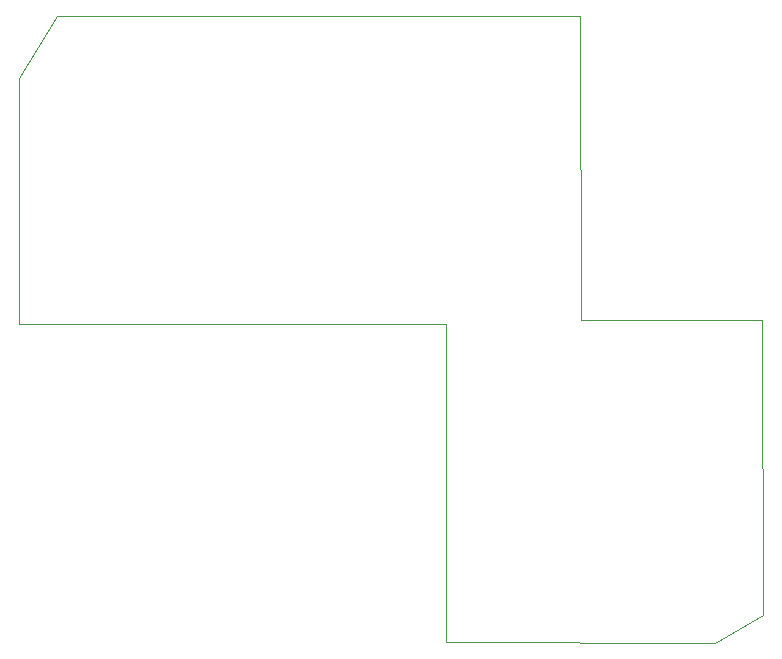
<source format=gbr>
%TF.GenerationSoftware,KiCad,Pcbnew,7.0.10*%
%TF.CreationDate,2024-02-20T20:24:08-05:00*%
%TF.ProjectId,GBoyGcPlus,47426f79-4763-4506-9c75-732e6b696361,rev?*%
%TF.SameCoordinates,Original*%
%TF.FileFunction,Profile,NP*%
%FSLAX46Y46*%
G04 Gerber Fmt 4.6, Leading zero omitted, Abs format (unit mm)*
G04 Created by KiCad (PCBNEW 7.0.10) date 2024-02-20 20:24:08*
%MOMM*%
%LPD*%
G01*
G04 APERTURE LIST*
%TA.AperFunction,Profile*%
%ADD10C,0.100000*%
%TD*%
G04 APERTURE END LIST*
D10*
X119180000Y-98400000D02*
X119180000Y-77600000D01*
X182120000Y-123110000D02*
X178130000Y-125420000D01*
X119180000Y-77600000D02*
X122350000Y-72390000D01*
X178130000Y-125420000D02*
X155320000Y-125360000D01*
X166710000Y-98130000D02*
X182110000Y-98130000D01*
X155320000Y-125360000D02*
X155340000Y-98400000D01*
X155340000Y-98400000D02*
X119180000Y-98400000D01*
X122350000Y-72390000D02*
X166680000Y-72360000D01*
X182110000Y-98130000D02*
X182120000Y-123110000D01*
X166680000Y-72360000D02*
X166710000Y-98130000D01*
M02*

</source>
